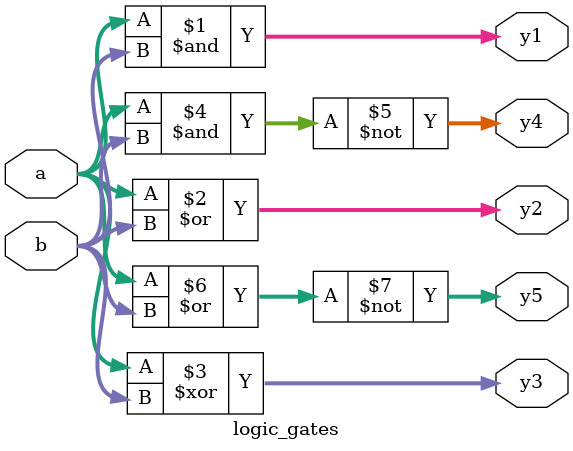
<source format=sv>
module logic_gates(input logic [3:0] a, b,
										output logic [3:0] y1, y2, y3, y4, y5);
	/* five different two-input logic
	gates acting on 4-bit busses */
	assign y1 = a & b; 		// AND
	assign y2 = a | b; 			// OR
	assign y3 = a ^ b;			// XOR
	assign y4 = ~(a & b); // NAND
	assign y5 = ~(a | b); 	// NOR
endmodule

/*
~, ^, and | are examples of SystemVerilog operators, whereas
a, b, and y1 are operands. A combination of operators and
operands, such as a & b, or ~(a | b), is called an expression.
A complete command such as assign y4 = ~(a & b); is called
a statement.

assign out = in1 op in2; is called a continuous assignment
statement. Continuous assignment statements end with
a semicolon. Anytime the inputs on the right side of the = in
a continuous assignment statement change, the output on the
left side is recomputed. Thus, continuous assignment statements
describe combinational logic.

*/
</source>
